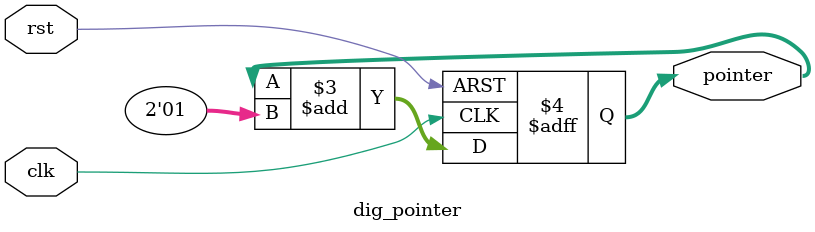
<source format=v>
module dig_pointer (
    output   reg    [1:0]   pointer,
    input    wire           clk,
    input    wire           rst
);

always @(posedge clk or negedge rst)
    begin
        if (!rst)
            begin
                pointer <= 2'b00;
            end
        else 
            begin
                pointer <= pointer + 2'b01;
            end
    end
endmodule
</source>
